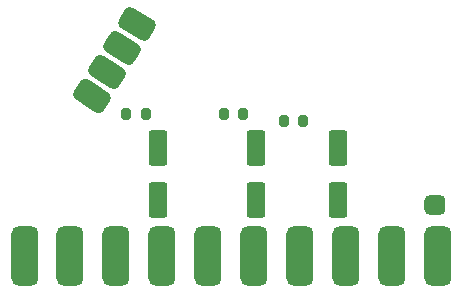
<source format=gbs>
G04 #@! TF.GenerationSoftware,KiCad,Pcbnew,(6.0.4)*
G04 #@! TF.CreationDate,2022-12-31T00:33:15-05:00*
G04 #@! TF.ProjectId,scart cable,73636172-7420-4636-9162-6c652e6b6963,rev?*
G04 #@! TF.SameCoordinates,Original*
G04 #@! TF.FileFunction,Soldermask,Bot*
G04 #@! TF.FilePolarity,Negative*
%FSLAX46Y46*%
G04 Gerber Fmt 4.6, Leading zero omitted, Abs format (unit mm)*
G04 Created by KiCad (PCBNEW (6.0.4)) date 2022-12-31 00:33:15*
%MOMM*%
%LPD*%
G01*
G04 APERTURE LIST*
G04 Aperture macros list*
%AMRoundRect*
0 Rectangle with rounded corners*
0 $1 Rounding radius*
0 $2 $3 $4 $5 $6 $7 $8 $9 X,Y pos of 4 corners*
0 Add a 4 corners polygon primitive as box body*
4,1,4,$2,$3,$4,$5,$6,$7,$8,$9,$2,$3,0*
0 Add four circle primitives for the rounded corners*
1,1,$1+$1,$2,$3*
1,1,$1+$1,$4,$5*
1,1,$1+$1,$6,$7*
1,1,$1+$1,$8,$9*
0 Add four rect primitives between the rounded corners*
20,1,$1+$1,$2,$3,$4,$5,0*
20,1,$1+$1,$4,$5,$6,$7,0*
20,1,$1+$1,$6,$7,$8,$9,0*
20,1,$1+$1,$8,$9,$2,$3,0*%
G04 Aperture macros list end*
%ADD10RoundRect,0.571500X-0.571500X-1.928500X0.571500X-1.928500X0.571500X1.928500X-0.571500X1.928500X0*%
%ADD11RoundRect,0.407750X-0.481250X-0.407750X0.481250X-0.407750X0.481250X0.407750X-0.481250X0.407750X0*%
%ADD12RoundRect,0.250000X-0.550000X1.250000X-0.550000X-1.250000X0.550000X-1.250000X0.550000X1.250000X0*%
%ADD13RoundRect,0.500000X-0.549441X0.973712X-1.108634X0.144674X0.549441X-0.973712X1.108634X-0.144674X0*%
%ADD14RoundRect,0.200000X-0.200000X-0.275000X0.200000X-0.275000X0.200000X0.275000X-0.200000X0.275000X0*%
%ADD15RoundRect,0.500000X-0.566351X0.963974X-1.110990X0.125304X0.566351X-0.963974X1.110990X-0.125304X0*%
%ADD16RoundRect,0.500000X-0.583088X0.953943X-1.113008X0.105895X0.583088X-0.953943X1.113008X-0.105895X0*%
%ADD17RoundRect,0.500000X-0.599648X0.943622X-1.114686X0.086454X0.599648X-0.943622X1.114686X-0.086454X0*%
G04 APERTURE END LIST*
D10*
X34379000Y-40005000D03*
X38267000Y-40005000D03*
X42155000Y-40005000D03*
X46043000Y-40005000D03*
X49931000Y-40005000D03*
X53819000Y-40005000D03*
X57707000Y-40005000D03*
X61595000Y-40005000D03*
X65483000Y-40005000D03*
X69371000Y-40005000D03*
D11*
X69117000Y-35647000D03*
D12*
X60960000Y-30820000D03*
X60960000Y-35220000D03*
D13*
X40132000Y-26416000D03*
D14*
X51245000Y-27940000D03*
X52895000Y-27940000D03*
D15*
X41402000Y-24384000D03*
D16*
X42672000Y-22352000D03*
D12*
X53975000Y-30820000D03*
X53975000Y-35220000D03*
D14*
X56325000Y-28575000D03*
X57975000Y-28575000D03*
D17*
X43942000Y-20320000D03*
D14*
X42990000Y-27940000D03*
X44640000Y-27940000D03*
D12*
X45720000Y-30820000D03*
X45720000Y-35220000D03*
M02*

</source>
